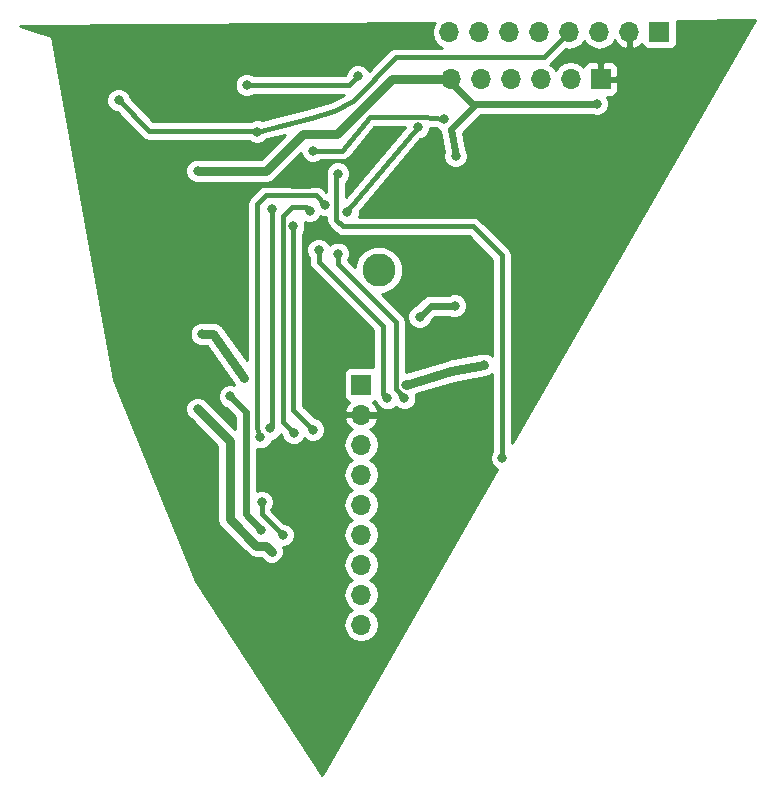
<source format=gbr>
G04 #@! TF.GenerationSoftware,KiCad,Pcbnew,no-vcs-found*
G04 #@! TF.CreationDate,2018-07-23T22:56:23+02:00*
G04 #@! TF.ProjectId,mycelium_pcb_micro,6D7963656C69756D5F7063625F6D6963,rev?*
G04 #@! TF.SameCoordinates,Original
G04 #@! TF.FileFunction,Copper,L2,Bot,Signal*
G04 #@! TF.FilePolarity,Positive*
%FSLAX46Y46*%
G04 Gerber Fmt 4.6, Leading zero omitted, Abs format (unit mm)*
G04 Created by KiCad (PCBNEW no-vcs-found) date Mon Jul 23 22:56:23 2018*
%MOMM*%
%LPD*%
G01*
G04 APERTURE LIST*
%ADD10O,1.700000X1.700000*%
%ADD11R,1.700000X1.700000*%
%ADD12C,2.800000*%
%ADD13C,0.800000*%
%ADD14C,0.600000*%
%ADD15C,0.800000*%
%ADD16C,0.400000*%
%ADD17C,0.254000*%
G04 APERTURE END LIST*
D10*
X145707100Y-89789000D03*
X145707100Y-87249000D03*
X145707100Y-84709000D03*
X145707100Y-82169000D03*
X145707100Y-79629000D03*
X145707100Y-77089000D03*
X145707100Y-74549000D03*
D11*
X145707100Y-72009000D03*
D10*
X145707100Y-92329000D03*
D12*
X147193000Y-62306200D03*
D11*
X165976300Y-46139100D03*
D10*
X163436300Y-46139100D03*
X160896300Y-46139100D03*
X158356300Y-46139100D03*
X155816300Y-46139100D03*
X153276300Y-46139100D03*
D11*
X170954700Y-42138600D03*
D10*
X168414700Y-42138600D03*
X165874700Y-42138600D03*
X163334700Y-42138600D03*
X160794700Y-42138600D03*
X158254700Y-42138600D03*
X155714700Y-42138600D03*
X153174700Y-42138600D03*
D13*
X133083300Y-52158900D03*
X150749000Y-56629300D03*
X146050000Y-53327300D03*
X142049500Y-54343300D03*
X166611300Y-59321700D03*
X166001700Y-53225700D03*
X134264400Y-57340500D03*
X135788400Y-62865000D03*
X159816800Y-71691500D03*
X160147000Y-67221100D03*
X154457400Y-72999600D03*
X131864100Y-74066400D03*
X138112500Y-86144100D03*
X131864100Y-53911500D03*
X153695400Y-52654200D03*
X165633400Y-48221900D03*
X132207000Y-67729100D03*
X135788400Y-71412100D03*
X156095700Y-70332600D03*
X149466300Y-72009000D03*
X153619200Y-65328800D03*
X150647400Y-66268600D03*
X142659100Y-56807100D03*
X137160000Y-76466700D03*
X137274300Y-81953100D03*
X139065000Y-84734400D03*
X143713200Y-60934600D03*
X149352000Y-73113900D03*
X147929600Y-73164700D03*
X142100300Y-60604400D03*
X138137900Y-57162700D03*
X138023600Y-75717400D03*
X141338300Y-57277000D03*
X139979400Y-76085700D03*
X139954000Y-58610500D03*
X141617700Y-75819000D03*
X136880600Y-50596800D03*
X125158500Y-47929800D03*
X141605000Y-52197000D03*
X152704800Y-49517300D03*
X145427700Y-45872400D03*
X136017000Y-46634400D03*
X150495000Y-50215800D03*
X144538700Y-57365900D03*
X137223500Y-84302600D03*
X134620000Y-73012300D03*
X157632400Y-78232000D03*
X143725900Y-54152800D03*
D14*
X148691600Y-55829200D02*
X149948900Y-55829200D01*
X149948900Y-55829200D02*
X150749000Y-56629300D01*
D15*
X139814300Y-55067200D02*
X141325600Y-55067200D01*
X141325600Y-55067200D02*
X142049500Y-54343300D01*
D14*
X134264400Y-61341000D02*
X134264400Y-57340500D01*
X135788400Y-62865000D02*
X134264400Y-61341000D01*
X159816800Y-67551300D02*
X159816800Y-71691500D01*
X160147000Y-67221100D02*
X159816800Y-67551300D01*
X145707100Y-74549000D02*
X152908000Y-74549000D01*
X152908000Y-74549000D02*
X154457400Y-72999600D01*
D15*
X134569200Y-76771500D02*
X131864100Y-74066400D01*
X134569200Y-83400900D02*
X134569200Y-76771500D01*
X136817100Y-85648800D02*
X134569200Y-83400900D01*
X137617200Y-85648800D02*
X136817100Y-85648800D01*
X138112500Y-86144100D02*
X137617200Y-85648800D01*
X153276300Y-46139100D02*
X148323300Y-46139100D01*
X137655300Y-53911500D02*
X131864100Y-53911500D01*
X140779500Y-50787300D02*
X137655300Y-53911500D01*
X143675100Y-50787300D02*
X140779500Y-50787300D01*
X148323300Y-46139100D02*
X143675100Y-50787300D01*
D14*
X153276300Y-46139100D02*
X153276300Y-46431200D01*
X153276300Y-46431200D02*
X155289250Y-48444150D01*
X153339800Y-50393600D02*
X153695400Y-52654200D01*
X155448000Y-48285400D02*
X155289250Y-48444150D01*
X155289250Y-48444150D02*
X153339800Y-50393600D01*
X165569900Y-48285400D02*
X155448000Y-48285400D01*
X165633400Y-48221900D02*
X165569900Y-48285400D01*
D15*
X133172200Y-67729100D02*
X132207000Y-67729100D01*
X135788400Y-71412100D02*
X133172200Y-67729100D01*
X153289000Y-70891400D02*
X156095700Y-70332600D01*
X149466300Y-72009000D02*
X153289000Y-70891400D01*
D14*
X151587200Y-65328800D02*
X153619200Y-65328800D01*
X150647400Y-66268600D02*
X151587200Y-65328800D01*
D16*
X141846300Y-55994300D02*
X142659100Y-56807100D01*
X137604500Y-55994300D02*
X141846300Y-55994300D01*
X136855200Y-56743600D02*
X137604500Y-55994300D01*
X136855200Y-75666600D02*
X136855200Y-56743600D01*
X137160000Y-76466700D02*
X136855200Y-75666600D01*
X137274300Y-82943700D02*
X137274300Y-81953100D01*
X139065000Y-84734400D02*
X137274300Y-82943700D01*
X143713200Y-61798200D02*
X143713200Y-60934600D01*
X148628100Y-66713100D02*
X143713200Y-61798200D01*
X148628100Y-72390000D02*
X148628100Y-66713100D01*
X149352000Y-73113900D02*
X148628100Y-72390000D01*
X147929600Y-73164700D02*
X147574000Y-72809100D01*
X147574000Y-72809100D02*
X147574000Y-67081400D01*
X147574000Y-67081400D02*
X142100300Y-61607700D01*
X142100300Y-61607700D02*
X142100300Y-60604400D01*
X138137900Y-75603100D02*
X138137900Y-57162700D01*
X138023600Y-75717400D02*
X138137900Y-75603100D01*
X141058900Y-56997600D02*
X141338300Y-57277000D01*
X139839700Y-56997600D02*
X141058900Y-56997600D01*
X139065000Y-57772300D02*
X139839700Y-56997600D01*
X139065000Y-75171300D02*
X139065000Y-57772300D01*
X139979400Y-76085700D02*
X139065000Y-75171300D01*
X139954000Y-74155300D02*
X139954000Y-58610500D01*
X141617700Y-75819000D02*
X139954000Y-74155300D01*
X163334700Y-42138600D02*
X163322000Y-42138600D01*
X163322000Y-42138600D02*
X161150300Y-44310300D01*
X141465300Y-49428400D02*
X136880600Y-50596800D01*
X143410109Y-48876170D02*
X141465300Y-49428400D01*
X144983200Y-48018700D02*
X143410109Y-48876170D01*
X148691600Y-44310300D02*
X144983200Y-48018700D01*
X161150300Y-44310300D02*
X148691600Y-44310300D01*
X136817100Y-50533300D02*
X136880600Y-50596800D01*
X127762000Y-50533300D02*
X136817100Y-50533300D01*
X125158500Y-47929800D02*
X127762000Y-50533300D01*
X144094200Y-52197000D02*
X141605000Y-52197000D01*
X146431000Y-49377600D02*
X144094200Y-52197000D01*
X150964900Y-49377600D02*
X146431000Y-49377600D01*
X152704800Y-49517300D02*
X150964900Y-49377600D01*
X145427700Y-45872400D02*
X144665700Y-46634400D01*
X144665700Y-46634400D02*
X136017000Y-46634400D01*
X150495000Y-50215800D02*
X144538700Y-57277000D01*
X144538700Y-57277000D02*
X144538700Y-57365900D01*
D14*
X135978900Y-83007200D02*
X137223500Y-84302600D01*
X135978900Y-74371200D02*
X135978900Y-83007200D01*
X134620000Y-73012300D02*
X135978900Y-74371200D01*
D16*
X157632400Y-61074300D02*
X157632400Y-78232000D01*
X155181300Y-58623200D02*
X157632400Y-61074300D01*
X144145000Y-58623200D02*
X155181300Y-58623200D01*
X143560800Y-58039000D02*
X144145000Y-58623200D01*
X143560800Y-54317900D02*
X143560800Y-58039000D01*
X143725900Y-54152800D02*
X143560800Y-54317900D01*
D17*
G36*
X151802739Y-41541222D02*
X151689700Y-42109507D01*
X151689700Y-42167693D01*
X151802739Y-42735978D01*
X152124646Y-43217747D01*
X152510102Y-43475300D01*
X148691600Y-43475300D01*
X148372060Y-43538860D01*
X148101166Y-43719866D01*
X146372453Y-45448579D01*
X146305642Y-45286885D01*
X146014746Y-44995481D01*
X145634477Y-44837580D01*
X145222729Y-44837221D01*
X144842185Y-44994458D01*
X144550781Y-45285354D01*
X144392880Y-45665623D01*
X144392827Y-45726405D01*
X144319832Y-45799400D01*
X136645892Y-45799400D01*
X136604046Y-45757481D01*
X136223777Y-45599580D01*
X135812029Y-45599221D01*
X135431485Y-45756458D01*
X135140081Y-46047354D01*
X134982180Y-46427623D01*
X134981821Y-46839371D01*
X135139058Y-47219915D01*
X135429954Y-47511319D01*
X135810223Y-47669220D01*
X136221971Y-47669579D01*
X136602515Y-47512342D01*
X136645532Y-47469400D01*
X144246270Y-47469400D01*
X143092342Y-48098390D01*
X141248117Y-48622059D01*
X137267107Y-49636610D01*
X137087377Y-49561980D01*
X136675629Y-49561621D01*
X136344839Y-49698300D01*
X128107868Y-49698300D01*
X126193627Y-47784059D01*
X126193679Y-47724829D01*
X126036442Y-47344285D01*
X125745546Y-47052881D01*
X125365277Y-46894980D01*
X124953529Y-46894621D01*
X124572985Y-47051858D01*
X124281581Y-47342754D01*
X124123680Y-47723023D01*
X124123321Y-48134771D01*
X124280558Y-48515315D01*
X124571454Y-48806719D01*
X124951723Y-48964620D01*
X125012505Y-48964673D01*
X127171566Y-51123734D01*
X127442459Y-51304739D01*
X127762000Y-51368300D01*
X136188319Y-51368300D01*
X136293554Y-51473719D01*
X136673823Y-51631620D01*
X137085571Y-51631979D01*
X137466115Y-51474742D01*
X137688697Y-51252548D01*
X139247899Y-50855189D01*
X137226588Y-52876500D01*
X131864430Y-52876500D01*
X131659129Y-52876321D01*
X131278585Y-53033558D01*
X130987181Y-53324454D01*
X130829280Y-53704723D01*
X130828921Y-54116471D01*
X130986158Y-54497015D01*
X131277054Y-54788419D01*
X131657323Y-54946320D01*
X132069071Y-54946679D01*
X132069504Y-54946500D01*
X137655295Y-54946500D01*
X137655300Y-54946501D01*
X138051377Y-54867715D01*
X138387156Y-54643356D01*
X140586990Y-52443522D01*
X140727058Y-52782515D01*
X141017954Y-53073919D01*
X141398223Y-53231820D01*
X141809971Y-53232179D01*
X142190515Y-53074942D01*
X142233532Y-53032000D01*
X144094200Y-53032000D01*
X144132834Y-53024315D01*
X144172013Y-53028366D01*
X144291477Y-52992759D01*
X144413741Y-52968439D01*
X144446491Y-52946556D01*
X144484239Y-52935305D01*
X144580985Y-52856690D01*
X144684634Y-52787434D01*
X144706517Y-52754684D01*
X144737087Y-52729843D01*
X146823451Y-50212600D01*
X149405305Y-50212600D01*
X144395800Y-56151374D01*
X144395800Y-54946504D01*
X144602819Y-54739846D01*
X144760720Y-54359577D01*
X144761079Y-53947829D01*
X144603842Y-53567285D01*
X144312946Y-53275881D01*
X143932677Y-53117980D01*
X143520929Y-53117621D01*
X143140385Y-53274858D01*
X142848981Y-53565754D01*
X142691080Y-53946023D01*
X142690721Y-54357771D01*
X142725800Y-54442669D01*
X142725800Y-55692932D01*
X142436734Y-55403866D01*
X142165841Y-55222861D01*
X141846300Y-55159300D01*
X137604500Y-55159300D01*
X137284959Y-55222861D01*
X137014066Y-55403866D01*
X136264766Y-56153166D01*
X136083761Y-56424059D01*
X136020200Y-56743600D01*
X136020200Y-69951191D01*
X134015984Y-67129722D01*
X133952540Y-67069805D01*
X133904056Y-66997244D01*
X133807129Y-66932480D01*
X133722383Y-66852446D01*
X133640838Y-66821368D01*
X133568277Y-66772885D01*
X133453952Y-66750144D01*
X133345022Y-66708630D01*
X133257788Y-66711125D01*
X133172200Y-66694100D01*
X132207330Y-66694100D01*
X132002029Y-66693921D01*
X131621485Y-66851158D01*
X131330081Y-67142054D01*
X131172180Y-67522323D01*
X131171821Y-67934071D01*
X131329058Y-68314615D01*
X131619954Y-68606019D01*
X132000223Y-68763920D01*
X132411971Y-68764279D01*
X132412404Y-68764100D01*
X132637858Y-68764100D01*
X134876654Y-71915802D01*
X134910458Y-71997615D01*
X134935372Y-72022572D01*
X134826777Y-71977480D01*
X134415029Y-71977121D01*
X134034485Y-72134358D01*
X133743081Y-72425254D01*
X133585180Y-72805523D01*
X133584821Y-73217271D01*
X133742058Y-73597815D01*
X134032954Y-73889219D01*
X134275231Y-73989821D01*
X135043900Y-74758490D01*
X135043900Y-75782489D01*
X132595956Y-73334544D01*
X132451146Y-73189481D01*
X132070877Y-73031580D01*
X131864104Y-73031400D01*
X131864100Y-73031399D01*
X131864096Y-73031400D01*
X131659129Y-73031221D01*
X131278585Y-73188458D01*
X130987181Y-73479354D01*
X130829280Y-73859623D01*
X130829100Y-74066396D01*
X130829099Y-74066400D01*
X130829100Y-74066404D01*
X130828921Y-74271371D01*
X130986158Y-74651915D01*
X131277054Y-74943319D01*
X131277487Y-74943499D01*
X133534200Y-77200211D01*
X133534200Y-83400895D01*
X133534199Y-83400900D01*
X133612985Y-83796977D01*
X133837344Y-84132756D01*
X136085242Y-86380653D01*
X136085244Y-86380656D01*
X136421023Y-86605015D01*
X136817100Y-86683801D01*
X136817105Y-86683800D01*
X137188488Y-86683800D01*
X137380579Y-86875891D01*
X137525454Y-87021019D01*
X137905723Y-87178920D01*
X138112496Y-87179100D01*
X138112500Y-87179101D01*
X138112504Y-87179100D01*
X138317471Y-87179279D01*
X138698015Y-87022042D01*
X138989419Y-86731146D01*
X139147320Y-86350877D01*
X139147500Y-86144104D01*
X139147501Y-86144100D01*
X139147500Y-86144096D01*
X139147679Y-85939129D01*
X139077553Y-85769411D01*
X139269971Y-85769579D01*
X139650515Y-85612342D01*
X139941919Y-85321446D01*
X140099820Y-84941177D01*
X140100179Y-84529429D01*
X139942942Y-84148885D01*
X139652046Y-83857481D01*
X139271777Y-83699580D01*
X139210995Y-83699527D01*
X138109300Y-82597832D01*
X138109300Y-82581992D01*
X138151219Y-82540146D01*
X138309120Y-82159877D01*
X138309479Y-81748129D01*
X138152242Y-81367585D01*
X137861346Y-81076181D01*
X137481077Y-80918280D01*
X137069329Y-80917921D01*
X136913900Y-80982143D01*
X136913900Y-77485192D01*
X136953223Y-77501520D01*
X137364971Y-77501879D01*
X137745515Y-77344642D01*
X138036919Y-77053746D01*
X138161998Y-76752521D01*
X138228571Y-76752579D01*
X138609115Y-76595342D01*
X138900519Y-76304446D01*
X138934777Y-76221945D01*
X138944273Y-76231441D01*
X138944221Y-76290671D01*
X139101458Y-76671215D01*
X139392354Y-76962619D01*
X139772623Y-77120520D01*
X140184371Y-77120879D01*
X140261524Y-77089000D01*
X144193007Y-77089000D01*
X144306046Y-77657285D01*
X144627953Y-78139054D01*
X144957126Y-78359000D01*
X144627953Y-78578946D01*
X144306046Y-79060715D01*
X144193007Y-79629000D01*
X144306046Y-80197285D01*
X144627953Y-80679054D01*
X144957126Y-80899000D01*
X144627953Y-81118946D01*
X144306046Y-81600715D01*
X144193007Y-82169000D01*
X144306046Y-82737285D01*
X144627953Y-83219054D01*
X144957126Y-83439000D01*
X144627953Y-83658946D01*
X144306046Y-84140715D01*
X144193007Y-84709000D01*
X144306046Y-85277285D01*
X144627953Y-85759054D01*
X144957126Y-85979000D01*
X144627953Y-86198946D01*
X144306046Y-86680715D01*
X144193007Y-87249000D01*
X144306046Y-87817285D01*
X144627953Y-88299054D01*
X144957126Y-88519000D01*
X144627953Y-88738946D01*
X144306046Y-89220715D01*
X144193007Y-89789000D01*
X144306046Y-90357285D01*
X144627953Y-90839054D01*
X144957126Y-91059000D01*
X144627953Y-91278946D01*
X144306046Y-91760715D01*
X144193007Y-92329000D01*
X144306046Y-92897285D01*
X144627953Y-93379054D01*
X145109722Y-93700961D01*
X145678007Y-93814000D01*
X145736193Y-93814000D01*
X146304478Y-93700961D01*
X146786247Y-93379054D01*
X147108154Y-92897285D01*
X147221193Y-92329000D01*
X147108154Y-91760715D01*
X146786247Y-91278946D01*
X146457074Y-91059000D01*
X146786247Y-90839054D01*
X147108154Y-90357285D01*
X147221193Y-89789000D01*
X147108154Y-89220715D01*
X146786247Y-88738946D01*
X146457074Y-88519000D01*
X146786247Y-88299054D01*
X147108154Y-87817285D01*
X147221193Y-87249000D01*
X147108154Y-86680715D01*
X146786247Y-86198946D01*
X146457074Y-85979000D01*
X146786247Y-85759054D01*
X147108154Y-85277285D01*
X147221193Y-84709000D01*
X147108154Y-84140715D01*
X146786247Y-83658946D01*
X146457074Y-83439000D01*
X146786247Y-83219054D01*
X147108154Y-82737285D01*
X147221193Y-82169000D01*
X147108154Y-81600715D01*
X146786247Y-81118946D01*
X146457074Y-80899000D01*
X146786247Y-80679054D01*
X147108154Y-80197285D01*
X147221193Y-79629000D01*
X147108154Y-79060715D01*
X146786247Y-78578946D01*
X146457074Y-78359000D01*
X146786247Y-78139054D01*
X147108154Y-77657285D01*
X147221193Y-77089000D01*
X147108154Y-76520715D01*
X146786247Y-76038946D01*
X146445547Y-75811298D01*
X146588458Y-75744183D01*
X146978745Y-75315924D01*
X147148576Y-74905890D01*
X147027255Y-74676000D01*
X145834100Y-74676000D01*
X145834100Y-74696000D01*
X145580100Y-74696000D01*
X145580100Y-74676000D01*
X144386945Y-74676000D01*
X144265624Y-74905890D01*
X144435455Y-75315924D01*
X144825742Y-75744183D01*
X144968653Y-75811298D01*
X144627953Y-76038946D01*
X144306046Y-76520715D01*
X144193007Y-77089000D01*
X140261524Y-77089000D01*
X140564915Y-76963642D01*
X140856319Y-76672746D01*
X140900737Y-76565775D01*
X141030654Y-76695919D01*
X141410923Y-76853820D01*
X141822671Y-76854179D01*
X142203215Y-76696942D01*
X142494619Y-76406046D01*
X142652520Y-76025777D01*
X142652879Y-75614029D01*
X142495642Y-75233485D01*
X142204746Y-74942081D01*
X141824477Y-74784180D01*
X141763695Y-74784127D01*
X140789000Y-73809432D01*
X140789000Y-59239392D01*
X140830919Y-59197546D01*
X140988820Y-58817277D01*
X140989179Y-58405529D01*
X140912960Y-58221065D01*
X141131523Y-58311820D01*
X141543271Y-58312179D01*
X141923815Y-58154942D01*
X142215219Y-57864046D01*
X142257925Y-57761199D01*
X142452323Y-57841920D01*
X142725800Y-57842158D01*
X142725800Y-58039000D01*
X142789361Y-58358541D01*
X142955577Y-58607300D01*
X142970366Y-58629434D01*
X143554566Y-59213634D01*
X143825460Y-59394640D01*
X144145000Y-59458200D01*
X154835432Y-59458200D01*
X156797400Y-61420168D01*
X156797400Y-69570535D01*
X156682746Y-69455681D01*
X156302477Y-69297780D01*
X155890729Y-69297421D01*
X155794163Y-69337321D01*
X153086903Y-69876323D01*
X153044399Y-69893938D01*
X152998567Y-69897985D01*
X149463100Y-70931610D01*
X149463100Y-66713100D01*
X149415455Y-66473571D01*
X149612221Y-66473571D01*
X149769458Y-66854115D01*
X150060354Y-67145519D01*
X150440623Y-67303420D01*
X150852371Y-67303779D01*
X151232915Y-67146542D01*
X151524319Y-66855646D01*
X151624921Y-66613369D01*
X151974490Y-66263800D01*
X153172029Y-66263800D01*
X153412423Y-66363620D01*
X153824171Y-66363979D01*
X154204715Y-66206742D01*
X154496119Y-65915846D01*
X154654020Y-65535577D01*
X154654379Y-65123829D01*
X154497142Y-64743285D01*
X154206246Y-64451881D01*
X153825977Y-64293980D01*
X153414229Y-64293621D01*
X153171776Y-64393800D01*
X151587200Y-64393800D01*
X151229391Y-64464973D01*
X150926055Y-64667655D01*
X150302452Y-65291258D01*
X150061885Y-65390658D01*
X149770481Y-65681554D01*
X149612580Y-66061823D01*
X149612221Y-66473571D01*
X149415455Y-66473571D01*
X149399539Y-66393559D01*
X149218534Y-66122666D01*
X147437282Y-64341414D01*
X147596011Y-64341552D01*
X148344229Y-64032395D01*
X148917183Y-63460440D01*
X149227646Y-62712762D01*
X149228352Y-61903189D01*
X148919195Y-61154971D01*
X148347240Y-60582017D01*
X147599562Y-60271554D01*
X146789989Y-60270848D01*
X146041771Y-60580005D01*
X145468817Y-61151960D01*
X145158354Y-61899638D01*
X145158212Y-62062344D01*
X144598157Y-61502289D01*
X144748020Y-61141377D01*
X144748379Y-60729629D01*
X144591142Y-60349085D01*
X144300246Y-60057681D01*
X143919977Y-59899780D01*
X143508229Y-59899421D01*
X143127685Y-60056658D01*
X143032932Y-60151246D01*
X142978242Y-60018885D01*
X142687346Y-59727481D01*
X142307077Y-59569580D01*
X141895329Y-59569221D01*
X141514785Y-59726458D01*
X141223381Y-60017354D01*
X141065480Y-60397623D01*
X141065121Y-60809371D01*
X141222358Y-61189915D01*
X141265300Y-61232932D01*
X141265300Y-61607700D01*
X141328861Y-61927241D01*
X141456149Y-62117741D01*
X141509866Y-62198134D01*
X146739000Y-67427268D01*
X146739000Y-70547742D01*
X146557100Y-70511560D01*
X144857100Y-70511560D01*
X144609335Y-70560843D01*
X144399291Y-70701191D01*
X144258943Y-70911235D01*
X144209660Y-71159000D01*
X144209660Y-72859000D01*
X144258943Y-73106765D01*
X144399291Y-73316809D01*
X144609335Y-73457157D01*
X144712808Y-73477739D01*
X144435455Y-73782076D01*
X144265624Y-74192110D01*
X144386945Y-74422000D01*
X145580100Y-74422000D01*
X145580100Y-74402000D01*
X145834100Y-74402000D01*
X145834100Y-74422000D01*
X147027255Y-74422000D01*
X147148576Y-74192110D01*
X146978745Y-73782076D01*
X146701392Y-73477739D01*
X146804865Y-73457157D01*
X146903373Y-73391336D01*
X147051658Y-73750215D01*
X147342554Y-74041619D01*
X147722823Y-74199520D01*
X148134571Y-74199879D01*
X148515115Y-74042642D01*
X148666164Y-73891856D01*
X148764954Y-73990819D01*
X149145223Y-74148720D01*
X149556971Y-74149079D01*
X149937515Y-73991842D01*
X150228919Y-73700946D01*
X150386820Y-73320677D01*
X150387179Y-72908929D01*
X150353694Y-72827889D01*
X153535746Y-71897588D01*
X156197283Y-71367689D01*
X156300671Y-71367779D01*
X156681215Y-71210542D01*
X156797400Y-71094560D01*
X156797400Y-77603108D01*
X156755481Y-77644954D01*
X156597580Y-78025223D01*
X156597221Y-78436971D01*
X156754458Y-78817515D01*
X157045354Y-79108919D01*
X157198886Y-79172671D01*
X142347481Y-105027198D01*
X131685067Y-88663092D01*
X124760456Y-71617895D01*
X119543101Y-42560656D01*
X119524997Y-42514528D01*
X119490618Y-42478840D01*
X119455955Y-42461873D01*
X116814214Y-41636943D01*
X151922455Y-41362054D01*
X151802739Y-41541222D01*
X151802739Y-41541222D01*
G37*
X151802739Y-41541222D02*
X151689700Y-42109507D01*
X151689700Y-42167693D01*
X151802739Y-42735978D01*
X152124646Y-43217747D01*
X152510102Y-43475300D01*
X148691600Y-43475300D01*
X148372060Y-43538860D01*
X148101166Y-43719866D01*
X146372453Y-45448579D01*
X146305642Y-45286885D01*
X146014746Y-44995481D01*
X145634477Y-44837580D01*
X145222729Y-44837221D01*
X144842185Y-44994458D01*
X144550781Y-45285354D01*
X144392880Y-45665623D01*
X144392827Y-45726405D01*
X144319832Y-45799400D01*
X136645892Y-45799400D01*
X136604046Y-45757481D01*
X136223777Y-45599580D01*
X135812029Y-45599221D01*
X135431485Y-45756458D01*
X135140081Y-46047354D01*
X134982180Y-46427623D01*
X134981821Y-46839371D01*
X135139058Y-47219915D01*
X135429954Y-47511319D01*
X135810223Y-47669220D01*
X136221971Y-47669579D01*
X136602515Y-47512342D01*
X136645532Y-47469400D01*
X144246270Y-47469400D01*
X143092342Y-48098390D01*
X141248117Y-48622059D01*
X137267107Y-49636610D01*
X137087377Y-49561980D01*
X136675629Y-49561621D01*
X136344839Y-49698300D01*
X128107868Y-49698300D01*
X126193627Y-47784059D01*
X126193679Y-47724829D01*
X126036442Y-47344285D01*
X125745546Y-47052881D01*
X125365277Y-46894980D01*
X124953529Y-46894621D01*
X124572985Y-47051858D01*
X124281581Y-47342754D01*
X124123680Y-47723023D01*
X124123321Y-48134771D01*
X124280558Y-48515315D01*
X124571454Y-48806719D01*
X124951723Y-48964620D01*
X125012505Y-48964673D01*
X127171566Y-51123734D01*
X127442459Y-51304739D01*
X127762000Y-51368300D01*
X136188319Y-51368300D01*
X136293554Y-51473719D01*
X136673823Y-51631620D01*
X137085571Y-51631979D01*
X137466115Y-51474742D01*
X137688697Y-51252548D01*
X139247899Y-50855189D01*
X137226588Y-52876500D01*
X131864430Y-52876500D01*
X131659129Y-52876321D01*
X131278585Y-53033558D01*
X130987181Y-53324454D01*
X130829280Y-53704723D01*
X130828921Y-54116471D01*
X130986158Y-54497015D01*
X131277054Y-54788419D01*
X131657323Y-54946320D01*
X132069071Y-54946679D01*
X132069504Y-54946500D01*
X137655295Y-54946500D01*
X137655300Y-54946501D01*
X138051377Y-54867715D01*
X138387156Y-54643356D01*
X140586990Y-52443522D01*
X140727058Y-52782515D01*
X141017954Y-53073919D01*
X141398223Y-53231820D01*
X141809971Y-53232179D01*
X142190515Y-53074942D01*
X142233532Y-53032000D01*
X144094200Y-53032000D01*
X144132834Y-53024315D01*
X144172013Y-53028366D01*
X144291477Y-52992759D01*
X144413741Y-52968439D01*
X144446491Y-52946556D01*
X144484239Y-52935305D01*
X144580985Y-52856690D01*
X144684634Y-52787434D01*
X144706517Y-52754684D01*
X144737087Y-52729843D01*
X146823451Y-50212600D01*
X149405305Y-50212600D01*
X144395800Y-56151374D01*
X144395800Y-54946504D01*
X144602819Y-54739846D01*
X144760720Y-54359577D01*
X144761079Y-53947829D01*
X144603842Y-53567285D01*
X144312946Y-53275881D01*
X143932677Y-53117980D01*
X143520929Y-53117621D01*
X143140385Y-53274858D01*
X142848981Y-53565754D01*
X142691080Y-53946023D01*
X142690721Y-54357771D01*
X142725800Y-54442669D01*
X142725800Y-55692932D01*
X142436734Y-55403866D01*
X142165841Y-55222861D01*
X141846300Y-55159300D01*
X137604500Y-55159300D01*
X137284959Y-55222861D01*
X137014066Y-55403866D01*
X136264766Y-56153166D01*
X136083761Y-56424059D01*
X136020200Y-56743600D01*
X136020200Y-69951191D01*
X134015984Y-67129722D01*
X133952540Y-67069805D01*
X133904056Y-66997244D01*
X133807129Y-66932480D01*
X133722383Y-66852446D01*
X133640838Y-66821368D01*
X133568277Y-66772885D01*
X133453952Y-66750144D01*
X133345022Y-66708630D01*
X133257788Y-66711125D01*
X133172200Y-66694100D01*
X132207330Y-66694100D01*
X132002029Y-66693921D01*
X131621485Y-66851158D01*
X131330081Y-67142054D01*
X131172180Y-67522323D01*
X131171821Y-67934071D01*
X131329058Y-68314615D01*
X131619954Y-68606019D01*
X132000223Y-68763920D01*
X132411971Y-68764279D01*
X132412404Y-68764100D01*
X132637858Y-68764100D01*
X134876654Y-71915802D01*
X134910458Y-71997615D01*
X134935372Y-72022572D01*
X134826777Y-71977480D01*
X134415029Y-71977121D01*
X134034485Y-72134358D01*
X133743081Y-72425254D01*
X133585180Y-72805523D01*
X133584821Y-73217271D01*
X133742058Y-73597815D01*
X134032954Y-73889219D01*
X134275231Y-73989821D01*
X135043900Y-74758490D01*
X135043900Y-75782489D01*
X132595956Y-73334544D01*
X132451146Y-73189481D01*
X132070877Y-73031580D01*
X131864104Y-73031400D01*
X131864100Y-73031399D01*
X131864096Y-73031400D01*
X131659129Y-73031221D01*
X131278585Y-73188458D01*
X130987181Y-73479354D01*
X130829280Y-73859623D01*
X130829100Y-74066396D01*
X130829099Y-74066400D01*
X130829100Y-74066404D01*
X130828921Y-74271371D01*
X130986158Y-74651915D01*
X131277054Y-74943319D01*
X131277487Y-74943499D01*
X133534200Y-77200211D01*
X133534200Y-83400895D01*
X133534199Y-83400900D01*
X133612985Y-83796977D01*
X133837344Y-84132756D01*
X136085242Y-86380653D01*
X136085244Y-86380656D01*
X136421023Y-86605015D01*
X136817100Y-86683801D01*
X136817105Y-86683800D01*
X137188488Y-86683800D01*
X137380579Y-86875891D01*
X137525454Y-87021019D01*
X137905723Y-87178920D01*
X138112496Y-87179100D01*
X138112500Y-87179101D01*
X138112504Y-87179100D01*
X138317471Y-87179279D01*
X138698015Y-87022042D01*
X138989419Y-86731146D01*
X139147320Y-86350877D01*
X139147500Y-86144104D01*
X139147501Y-86144100D01*
X139147500Y-86144096D01*
X139147679Y-85939129D01*
X139077553Y-85769411D01*
X139269971Y-85769579D01*
X139650515Y-85612342D01*
X139941919Y-85321446D01*
X140099820Y-84941177D01*
X140100179Y-84529429D01*
X139942942Y-84148885D01*
X139652046Y-83857481D01*
X139271777Y-83699580D01*
X139210995Y-83699527D01*
X138109300Y-82597832D01*
X138109300Y-82581992D01*
X138151219Y-82540146D01*
X138309120Y-82159877D01*
X138309479Y-81748129D01*
X138152242Y-81367585D01*
X137861346Y-81076181D01*
X137481077Y-80918280D01*
X137069329Y-80917921D01*
X136913900Y-80982143D01*
X136913900Y-77485192D01*
X136953223Y-77501520D01*
X137364971Y-77501879D01*
X137745515Y-77344642D01*
X138036919Y-77053746D01*
X138161998Y-76752521D01*
X138228571Y-76752579D01*
X138609115Y-76595342D01*
X138900519Y-76304446D01*
X138934777Y-76221945D01*
X138944273Y-76231441D01*
X138944221Y-76290671D01*
X139101458Y-76671215D01*
X139392354Y-76962619D01*
X139772623Y-77120520D01*
X140184371Y-77120879D01*
X140261524Y-77089000D01*
X144193007Y-77089000D01*
X144306046Y-77657285D01*
X144627953Y-78139054D01*
X144957126Y-78359000D01*
X144627953Y-78578946D01*
X144306046Y-79060715D01*
X144193007Y-79629000D01*
X144306046Y-80197285D01*
X144627953Y-80679054D01*
X144957126Y-80899000D01*
X144627953Y-81118946D01*
X144306046Y-81600715D01*
X144193007Y-82169000D01*
X144306046Y-82737285D01*
X144627953Y-83219054D01*
X144957126Y-83439000D01*
X144627953Y-83658946D01*
X144306046Y-84140715D01*
X144193007Y-84709000D01*
X144306046Y-85277285D01*
X144627953Y-85759054D01*
X144957126Y-85979000D01*
X144627953Y-86198946D01*
X144306046Y-86680715D01*
X144193007Y-87249000D01*
X144306046Y-87817285D01*
X144627953Y-88299054D01*
X144957126Y-88519000D01*
X144627953Y-88738946D01*
X144306046Y-89220715D01*
X144193007Y-89789000D01*
X144306046Y-90357285D01*
X144627953Y-90839054D01*
X144957126Y-91059000D01*
X144627953Y-91278946D01*
X144306046Y-91760715D01*
X144193007Y-92329000D01*
X144306046Y-92897285D01*
X144627953Y-93379054D01*
X145109722Y-93700961D01*
X145678007Y-93814000D01*
X145736193Y-93814000D01*
X146304478Y-93700961D01*
X146786247Y-93379054D01*
X147108154Y-92897285D01*
X147221193Y-92329000D01*
X147108154Y-91760715D01*
X146786247Y-91278946D01*
X146457074Y-91059000D01*
X146786247Y-90839054D01*
X147108154Y-90357285D01*
X147221193Y-89789000D01*
X147108154Y-89220715D01*
X146786247Y-88738946D01*
X146457074Y-88519000D01*
X146786247Y-88299054D01*
X147108154Y-87817285D01*
X147221193Y-87249000D01*
X147108154Y-86680715D01*
X146786247Y-86198946D01*
X146457074Y-85979000D01*
X146786247Y-85759054D01*
X147108154Y-85277285D01*
X147221193Y-84709000D01*
X147108154Y-84140715D01*
X146786247Y-83658946D01*
X146457074Y-83439000D01*
X146786247Y-83219054D01*
X147108154Y-82737285D01*
X147221193Y-82169000D01*
X147108154Y-81600715D01*
X146786247Y-81118946D01*
X146457074Y-80899000D01*
X146786247Y-80679054D01*
X147108154Y-80197285D01*
X147221193Y-79629000D01*
X147108154Y-79060715D01*
X146786247Y-78578946D01*
X146457074Y-78359000D01*
X146786247Y-78139054D01*
X147108154Y-77657285D01*
X147221193Y-77089000D01*
X147108154Y-76520715D01*
X146786247Y-76038946D01*
X146445547Y-75811298D01*
X146588458Y-75744183D01*
X146978745Y-75315924D01*
X147148576Y-74905890D01*
X147027255Y-74676000D01*
X145834100Y-74676000D01*
X145834100Y-74696000D01*
X145580100Y-74696000D01*
X145580100Y-74676000D01*
X144386945Y-74676000D01*
X144265624Y-74905890D01*
X144435455Y-75315924D01*
X144825742Y-75744183D01*
X144968653Y-75811298D01*
X144627953Y-76038946D01*
X144306046Y-76520715D01*
X144193007Y-77089000D01*
X140261524Y-77089000D01*
X140564915Y-76963642D01*
X140856319Y-76672746D01*
X140900737Y-76565775D01*
X141030654Y-76695919D01*
X141410923Y-76853820D01*
X141822671Y-76854179D01*
X142203215Y-76696942D01*
X142494619Y-76406046D01*
X142652520Y-76025777D01*
X142652879Y-75614029D01*
X142495642Y-75233485D01*
X142204746Y-74942081D01*
X141824477Y-74784180D01*
X141763695Y-74784127D01*
X140789000Y-73809432D01*
X140789000Y-59239392D01*
X140830919Y-59197546D01*
X140988820Y-58817277D01*
X140989179Y-58405529D01*
X140912960Y-58221065D01*
X141131523Y-58311820D01*
X141543271Y-58312179D01*
X141923815Y-58154942D01*
X142215219Y-57864046D01*
X142257925Y-57761199D01*
X142452323Y-57841920D01*
X142725800Y-57842158D01*
X142725800Y-58039000D01*
X142789361Y-58358541D01*
X142955577Y-58607300D01*
X142970366Y-58629434D01*
X143554566Y-59213634D01*
X143825460Y-59394640D01*
X144145000Y-59458200D01*
X154835432Y-59458200D01*
X156797400Y-61420168D01*
X156797400Y-69570535D01*
X156682746Y-69455681D01*
X156302477Y-69297780D01*
X155890729Y-69297421D01*
X155794163Y-69337321D01*
X153086903Y-69876323D01*
X153044399Y-69893938D01*
X152998567Y-69897985D01*
X149463100Y-70931610D01*
X149463100Y-66713100D01*
X149415455Y-66473571D01*
X149612221Y-66473571D01*
X149769458Y-66854115D01*
X150060354Y-67145519D01*
X150440623Y-67303420D01*
X150852371Y-67303779D01*
X151232915Y-67146542D01*
X151524319Y-66855646D01*
X151624921Y-66613369D01*
X151974490Y-66263800D01*
X153172029Y-66263800D01*
X153412423Y-66363620D01*
X153824171Y-66363979D01*
X154204715Y-66206742D01*
X154496119Y-65915846D01*
X154654020Y-65535577D01*
X154654379Y-65123829D01*
X154497142Y-64743285D01*
X154206246Y-64451881D01*
X153825977Y-64293980D01*
X153414229Y-64293621D01*
X153171776Y-64393800D01*
X151587200Y-64393800D01*
X151229391Y-64464973D01*
X150926055Y-64667655D01*
X150302452Y-65291258D01*
X150061885Y-65390658D01*
X149770481Y-65681554D01*
X149612580Y-66061823D01*
X149612221Y-66473571D01*
X149415455Y-66473571D01*
X149399539Y-66393559D01*
X149218534Y-66122666D01*
X147437282Y-64341414D01*
X147596011Y-64341552D01*
X148344229Y-64032395D01*
X148917183Y-63460440D01*
X149227646Y-62712762D01*
X149228352Y-61903189D01*
X148919195Y-61154971D01*
X148347240Y-60582017D01*
X147599562Y-60271554D01*
X146789989Y-60270848D01*
X146041771Y-60580005D01*
X145468817Y-61151960D01*
X145158354Y-61899638D01*
X145158212Y-62062344D01*
X144598157Y-61502289D01*
X144748020Y-61141377D01*
X144748379Y-60729629D01*
X144591142Y-60349085D01*
X144300246Y-60057681D01*
X143919977Y-59899780D01*
X143508229Y-59899421D01*
X143127685Y-60056658D01*
X143032932Y-60151246D01*
X142978242Y-60018885D01*
X142687346Y-59727481D01*
X142307077Y-59569580D01*
X141895329Y-59569221D01*
X141514785Y-59726458D01*
X141223381Y-60017354D01*
X141065480Y-60397623D01*
X141065121Y-60809371D01*
X141222358Y-61189915D01*
X141265300Y-61232932D01*
X141265300Y-61607700D01*
X141328861Y-61927241D01*
X141456149Y-62117741D01*
X141509866Y-62198134D01*
X146739000Y-67427268D01*
X146739000Y-70547742D01*
X146557100Y-70511560D01*
X144857100Y-70511560D01*
X144609335Y-70560843D01*
X144399291Y-70701191D01*
X144258943Y-70911235D01*
X144209660Y-71159000D01*
X144209660Y-72859000D01*
X144258943Y-73106765D01*
X144399291Y-73316809D01*
X144609335Y-73457157D01*
X144712808Y-73477739D01*
X144435455Y-73782076D01*
X144265624Y-74192110D01*
X144386945Y-74422000D01*
X145580100Y-74422000D01*
X145580100Y-74402000D01*
X145834100Y-74402000D01*
X145834100Y-74422000D01*
X147027255Y-74422000D01*
X147148576Y-74192110D01*
X146978745Y-73782076D01*
X146701392Y-73477739D01*
X146804865Y-73457157D01*
X146903373Y-73391336D01*
X147051658Y-73750215D01*
X147342554Y-74041619D01*
X147722823Y-74199520D01*
X148134571Y-74199879D01*
X148515115Y-74042642D01*
X148666164Y-73891856D01*
X148764954Y-73990819D01*
X149145223Y-74148720D01*
X149556971Y-74149079D01*
X149937515Y-73991842D01*
X150228919Y-73700946D01*
X150386820Y-73320677D01*
X150387179Y-72908929D01*
X150353694Y-72827889D01*
X153535746Y-71897588D01*
X156197283Y-71367689D01*
X156300671Y-71367779D01*
X156681215Y-71210542D01*
X156797400Y-71094560D01*
X156797400Y-77603108D01*
X156755481Y-77644954D01*
X156597580Y-78025223D01*
X156597221Y-78436971D01*
X156754458Y-78817515D01*
X157045354Y-79108919D01*
X157198886Y-79172671D01*
X142347481Y-105027198D01*
X131685067Y-88663092D01*
X124760456Y-71617895D01*
X119543101Y-42560656D01*
X119524997Y-42514528D01*
X119490618Y-42478840D01*
X119455955Y-42461873D01*
X116814214Y-41636943D01*
X151922455Y-41362054D01*
X151802739Y-41541222D01*
G36*
X158467400Y-76964339D02*
X158467400Y-61074300D01*
X158403839Y-60754759D01*
X158222834Y-60483866D01*
X155771734Y-58032766D01*
X155652275Y-57952946D01*
X155500841Y-57851761D01*
X155181300Y-57788200D01*
X145484027Y-57788200D01*
X145573520Y-57572677D01*
X145573718Y-57345018D01*
X150721803Y-51241958D01*
X151080515Y-51093742D01*
X151371919Y-50802846D01*
X151529820Y-50422577D01*
X151529961Y-50260657D01*
X152024025Y-50300326D01*
X152117754Y-50394219D01*
X152416982Y-50518469D01*
X152416158Y-50538892D01*
X152701046Y-52349969D01*
X152660580Y-52447423D01*
X152660221Y-52859171D01*
X152817458Y-53239715D01*
X153108354Y-53531119D01*
X153488623Y-53689020D01*
X153900371Y-53689379D01*
X154280915Y-53532142D01*
X154572319Y-53241246D01*
X154730220Y-52860977D01*
X154730579Y-52449229D01*
X154573342Y-52068685D01*
X154545389Y-52040683D01*
X154337376Y-50718314D01*
X155835290Y-49220400D01*
X165339154Y-49220400D01*
X165426623Y-49256720D01*
X165838371Y-49257079D01*
X166218915Y-49099842D01*
X166510319Y-48808946D01*
X166668220Y-48428677D01*
X166668579Y-48016929D01*
X166511342Y-47636385D01*
X166499078Y-47624100D01*
X166952610Y-47624100D01*
X167185999Y-47527427D01*
X167364627Y-47348798D01*
X167461300Y-47115409D01*
X167461300Y-46424850D01*
X167302550Y-46266100D01*
X166103300Y-46266100D01*
X166103300Y-46286100D01*
X165849300Y-46286100D01*
X165849300Y-46266100D01*
X165829300Y-46266100D01*
X165829300Y-46012100D01*
X165849300Y-46012100D01*
X165849300Y-44812850D01*
X166103300Y-44812850D01*
X166103300Y-46012100D01*
X167302550Y-46012100D01*
X167461300Y-45853350D01*
X167461300Y-45162791D01*
X167364627Y-44929402D01*
X167185999Y-44750773D01*
X166952610Y-44654100D01*
X166262050Y-44654100D01*
X166103300Y-44812850D01*
X165849300Y-44812850D01*
X165690550Y-44654100D01*
X164999990Y-44654100D01*
X164766601Y-44750773D01*
X164587973Y-44929402D01*
X164515703Y-45103877D01*
X164486354Y-45059953D01*
X164004585Y-44738046D01*
X163436300Y-44625007D01*
X162868015Y-44738046D01*
X162386246Y-45059953D01*
X162166300Y-45389126D01*
X161946354Y-45059953D01*
X161724400Y-44911648D01*
X161740734Y-44900734D01*
X163046168Y-43595300D01*
X163334700Y-43652693D01*
X163902985Y-43539654D01*
X164384754Y-43217747D01*
X164604700Y-42888574D01*
X164824646Y-43217747D01*
X165306415Y-43539654D01*
X165874700Y-43652693D01*
X166442985Y-43539654D01*
X166924754Y-43217747D01*
X167152402Y-42877047D01*
X167219517Y-43019958D01*
X167647776Y-43410245D01*
X168057810Y-43580076D01*
X168287700Y-43458755D01*
X168287700Y-42265600D01*
X168267700Y-42265600D01*
X168267700Y-42011600D01*
X168287700Y-42011600D01*
X168287700Y-41991600D01*
X168541700Y-41991600D01*
X168541700Y-42011600D01*
X168561700Y-42011600D01*
X168561700Y-42265600D01*
X168541700Y-42265600D01*
X168541700Y-43458755D01*
X168771590Y-43580076D01*
X169181624Y-43410245D01*
X169485961Y-43132892D01*
X169506543Y-43236365D01*
X169646891Y-43446409D01*
X169856935Y-43586757D01*
X170104700Y-43636040D01*
X171804700Y-43636040D01*
X172052465Y-43586757D01*
X172262509Y-43446409D01*
X172402857Y-43236365D01*
X172452140Y-42988600D01*
X172452140Y-41288600D01*
X172434805Y-41201448D01*
X179040093Y-41149730D01*
X158467400Y-76964339D01*
X158467400Y-76964339D01*
G37*
X158467400Y-76964339D02*
X158467400Y-61074300D01*
X158403839Y-60754759D01*
X158222834Y-60483866D01*
X155771734Y-58032766D01*
X155652275Y-57952946D01*
X155500841Y-57851761D01*
X155181300Y-57788200D01*
X145484027Y-57788200D01*
X145573520Y-57572677D01*
X145573718Y-57345018D01*
X150721803Y-51241958D01*
X151080515Y-51093742D01*
X151371919Y-50802846D01*
X151529820Y-50422577D01*
X151529961Y-50260657D01*
X152024025Y-50300326D01*
X152117754Y-50394219D01*
X152416982Y-50518469D01*
X152416158Y-50538892D01*
X152701046Y-52349969D01*
X152660580Y-52447423D01*
X152660221Y-52859171D01*
X152817458Y-53239715D01*
X153108354Y-53531119D01*
X153488623Y-53689020D01*
X153900371Y-53689379D01*
X154280915Y-53532142D01*
X154572319Y-53241246D01*
X154730220Y-52860977D01*
X154730579Y-52449229D01*
X154573342Y-52068685D01*
X154545389Y-52040683D01*
X154337376Y-50718314D01*
X155835290Y-49220400D01*
X165339154Y-49220400D01*
X165426623Y-49256720D01*
X165838371Y-49257079D01*
X166218915Y-49099842D01*
X166510319Y-48808946D01*
X166668220Y-48428677D01*
X166668579Y-48016929D01*
X166511342Y-47636385D01*
X166499078Y-47624100D01*
X166952610Y-47624100D01*
X167185999Y-47527427D01*
X167364627Y-47348798D01*
X167461300Y-47115409D01*
X167461300Y-46424850D01*
X167302550Y-46266100D01*
X166103300Y-46266100D01*
X166103300Y-46286100D01*
X165849300Y-46286100D01*
X165849300Y-46266100D01*
X165829300Y-46266100D01*
X165829300Y-46012100D01*
X165849300Y-46012100D01*
X165849300Y-44812850D01*
X166103300Y-44812850D01*
X166103300Y-46012100D01*
X167302550Y-46012100D01*
X167461300Y-45853350D01*
X167461300Y-45162791D01*
X167364627Y-44929402D01*
X167185999Y-44750773D01*
X166952610Y-44654100D01*
X166262050Y-44654100D01*
X166103300Y-44812850D01*
X165849300Y-44812850D01*
X165690550Y-44654100D01*
X164999990Y-44654100D01*
X164766601Y-44750773D01*
X164587973Y-44929402D01*
X164515703Y-45103877D01*
X164486354Y-45059953D01*
X164004585Y-44738046D01*
X163436300Y-44625007D01*
X162868015Y-44738046D01*
X162386246Y-45059953D01*
X162166300Y-45389126D01*
X161946354Y-45059953D01*
X161724400Y-44911648D01*
X161740734Y-44900734D01*
X163046168Y-43595300D01*
X163334700Y-43652693D01*
X163902985Y-43539654D01*
X164384754Y-43217747D01*
X164604700Y-42888574D01*
X164824646Y-43217747D01*
X165306415Y-43539654D01*
X165874700Y-43652693D01*
X166442985Y-43539654D01*
X166924754Y-43217747D01*
X167152402Y-42877047D01*
X167219517Y-43019958D01*
X167647776Y-43410245D01*
X168057810Y-43580076D01*
X168287700Y-43458755D01*
X168287700Y-42265600D01*
X168267700Y-42265600D01*
X168267700Y-42011600D01*
X168287700Y-42011600D01*
X168287700Y-41991600D01*
X168541700Y-41991600D01*
X168541700Y-42011600D01*
X168561700Y-42011600D01*
X168561700Y-42265600D01*
X168541700Y-42265600D01*
X168541700Y-43458755D01*
X168771590Y-43580076D01*
X169181624Y-43410245D01*
X169485961Y-43132892D01*
X169506543Y-43236365D01*
X169646891Y-43446409D01*
X169856935Y-43586757D01*
X170104700Y-43636040D01*
X171804700Y-43636040D01*
X172052465Y-43586757D01*
X172262509Y-43446409D01*
X172402857Y-43236365D01*
X172452140Y-42988600D01*
X172452140Y-41288600D01*
X172434805Y-41201448D01*
X179040093Y-41149730D01*
X158467400Y-76964339D01*
M02*

</source>
